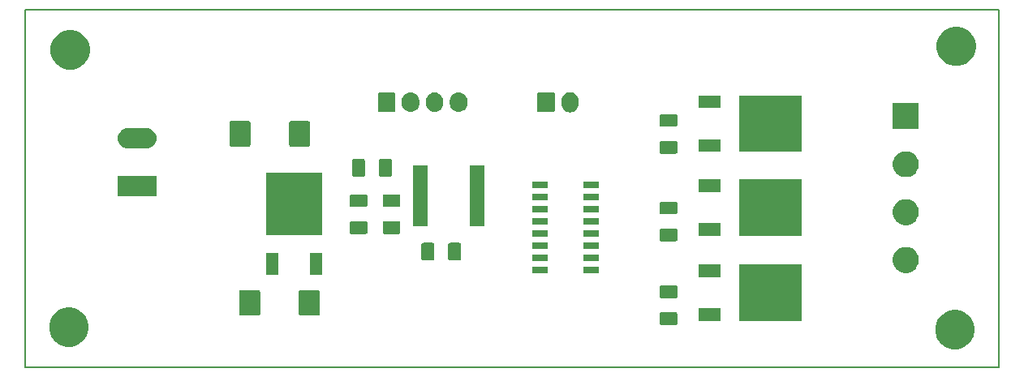
<source format=gbr>
G04 #@! TF.GenerationSoftware,KiCad,Pcbnew,(5.1.4-0)*
G04 #@! TF.CreationDate,2020-01-15T23:19:41+03:00*
G04 #@! TF.ProjectId,stl,73746c2e-6b69-4636-9164-5f7063625858,rev?*
G04 #@! TF.SameCoordinates,Original*
G04 #@! TF.FileFunction,Soldermask,Top*
G04 #@! TF.FilePolarity,Negative*
%FSLAX46Y46*%
G04 Gerber Fmt 4.6, Leading zero omitted, Abs format (unit mm)*
G04 Created by KiCad (PCBNEW (5.1.4-0)) date 2020-01-15 23:19:41*
%MOMM*%
%LPD*%
G04 APERTURE LIST*
%ADD10C,0.150000*%
%ADD11C,0.100000*%
G04 APERTURE END LIST*
D10*
X275590000Y-50927000D02*
X173990000Y-50927000D01*
X173990000Y-13589000D02*
X173990000Y-50927000D01*
X275590000Y-13589000D02*
X173990000Y-13589000D01*
X275590000Y-13589000D02*
X275590000Y-50927000D01*
D11*
G36*
X271616254Y-45017818D02*
G01*
X271918190Y-45142884D01*
X271989513Y-45172427D01*
X272310841Y-45387132D01*
X272325436Y-45396884D01*
X272611116Y-45682564D01*
X272835574Y-46018489D01*
X272990182Y-46391746D01*
X273069000Y-46787993D01*
X273069000Y-47192007D01*
X272990182Y-47588254D01*
X272940784Y-47707511D01*
X272835573Y-47961513D01*
X272611116Y-48297436D01*
X272325436Y-48583116D01*
X271989513Y-48807573D01*
X271989512Y-48807574D01*
X271989511Y-48807574D01*
X271616254Y-48962182D01*
X271220007Y-49041000D01*
X270815993Y-49041000D01*
X270419746Y-48962182D01*
X270046489Y-48807574D01*
X270046488Y-48807574D01*
X270046487Y-48807573D01*
X269710564Y-48583116D01*
X269424884Y-48297436D01*
X269200427Y-47961513D01*
X269095216Y-47707511D01*
X269045818Y-47588254D01*
X268967000Y-47192007D01*
X268967000Y-46787993D01*
X269045818Y-46391746D01*
X269200426Y-46018489D01*
X269424884Y-45682564D01*
X269710564Y-45396884D01*
X269725159Y-45387132D01*
X270046487Y-45172427D01*
X270117810Y-45142884D01*
X270419746Y-45017818D01*
X270815993Y-44939000D01*
X271220007Y-44939000D01*
X271616254Y-45017818D01*
X271616254Y-45017818D01*
G37*
G36*
X179160254Y-44763818D02*
G01*
X179533511Y-44918426D01*
X179533513Y-44918427D01*
X179869436Y-45142884D01*
X180155116Y-45428564D01*
X180324834Y-45682564D01*
X180379574Y-45764489D01*
X180534182Y-46137746D01*
X180613000Y-46533993D01*
X180613000Y-46938007D01*
X180534182Y-47334254D01*
X180428972Y-47588254D01*
X180379573Y-47707513D01*
X180155116Y-48043436D01*
X179869436Y-48329116D01*
X179533513Y-48553573D01*
X179533512Y-48553574D01*
X179533511Y-48553574D01*
X179160254Y-48708182D01*
X178764007Y-48787000D01*
X178359993Y-48787000D01*
X177963746Y-48708182D01*
X177590489Y-48553574D01*
X177590488Y-48553574D01*
X177590487Y-48553573D01*
X177254564Y-48329116D01*
X176968884Y-48043436D01*
X176744427Y-47707513D01*
X176695028Y-47588254D01*
X176589818Y-47334254D01*
X176511000Y-46938007D01*
X176511000Y-46533993D01*
X176589818Y-46137746D01*
X176744426Y-45764489D01*
X176799167Y-45682564D01*
X176968884Y-45428564D01*
X177254564Y-45142884D01*
X177590487Y-44918427D01*
X177590489Y-44918426D01*
X177963746Y-44763818D01*
X178359993Y-44685000D01*
X178764007Y-44685000D01*
X179160254Y-44763818D01*
X179160254Y-44763818D01*
G37*
G36*
X241890804Y-45178347D02*
G01*
X241927344Y-45189432D01*
X241961021Y-45207433D01*
X241990541Y-45231659D01*
X242014767Y-45261179D01*
X242032768Y-45294856D01*
X242043853Y-45331396D01*
X242048200Y-45375538D01*
X242048200Y-46324462D01*
X242043853Y-46368604D01*
X242032768Y-46405144D01*
X242014767Y-46438821D01*
X241990541Y-46468341D01*
X241961021Y-46492567D01*
X241927344Y-46510568D01*
X241890804Y-46521653D01*
X241846662Y-46526000D01*
X240397738Y-46526000D01*
X240353596Y-46521653D01*
X240317056Y-46510568D01*
X240283379Y-46492567D01*
X240253859Y-46468341D01*
X240229633Y-46438821D01*
X240211632Y-46405144D01*
X240200547Y-46368604D01*
X240196200Y-46324462D01*
X240196200Y-45375538D01*
X240200547Y-45331396D01*
X240211632Y-45294856D01*
X240229633Y-45261179D01*
X240253859Y-45231659D01*
X240283379Y-45207433D01*
X240317056Y-45189432D01*
X240353596Y-45178347D01*
X240397738Y-45174000D01*
X241846662Y-45174000D01*
X241890804Y-45178347D01*
X241890804Y-45178347D01*
G37*
G36*
X254982200Y-46080200D02*
G01*
X248480200Y-46080200D01*
X248480200Y-40178200D01*
X254982200Y-40178200D01*
X254982200Y-46080200D01*
X254982200Y-46080200D01*
G37*
G36*
X246582200Y-46060200D02*
G01*
X244280200Y-46060200D01*
X244280200Y-44758200D01*
X246582200Y-44758200D01*
X246582200Y-46060200D01*
X246582200Y-46060200D01*
G37*
G36*
X204599132Y-42873810D02*
G01*
X204630423Y-42883302D01*
X204659263Y-42898717D01*
X204684539Y-42919461D01*
X204705283Y-42944737D01*
X204720698Y-42973577D01*
X204730190Y-43004868D01*
X204734000Y-43043551D01*
X204734000Y-45348449D01*
X204730190Y-45387132D01*
X204720698Y-45418423D01*
X204705283Y-45447263D01*
X204684539Y-45472539D01*
X204659263Y-45493283D01*
X204630423Y-45508698D01*
X204599132Y-45518190D01*
X204560449Y-45522000D01*
X202730551Y-45522000D01*
X202691868Y-45518190D01*
X202660577Y-45508698D01*
X202631737Y-45493283D01*
X202606461Y-45472539D01*
X202585717Y-45447263D01*
X202570302Y-45418423D01*
X202560810Y-45387132D01*
X202557000Y-45348449D01*
X202557000Y-43043551D01*
X202560810Y-43004868D01*
X202570302Y-42973577D01*
X202585717Y-42944737D01*
X202606461Y-42919461D01*
X202631737Y-42898717D01*
X202660577Y-42883302D01*
X202691868Y-42873810D01*
X202730551Y-42870000D01*
X204560449Y-42870000D01*
X204599132Y-42873810D01*
X204599132Y-42873810D01*
G37*
G36*
X198374132Y-42873810D02*
G01*
X198405423Y-42883302D01*
X198434263Y-42898717D01*
X198459539Y-42919461D01*
X198480283Y-42944737D01*
X198495698Y-42973577D01*
X198505190Y-43004868D01*
X198509000Y-43043551D01*
X198509000Y-45348449D01*
X198505190Y-45387132D01*
X198495698Y-45418423D01*
X198480283Y-45447263D01*
X198459539Y-45472539D01*
X198434263Y-45493283D01*
X198405423Y-45508698D01*
X198374132Y-45518190D01*
X198335449Y-45522000D01*
X196505551Y-45522000D01*
X196466868Y-45518190D01*
X196435577Y-45508698D01*
X196406737Y-45493283D01*
X196381461Y-45472539D01*
X196360717Y-45447263D01*
X196345302Y-45418423D01*
X196335810Y-45387132D01*
X196332000Y-45348449D01*
X196332000Y-43043551D01*
X196335810Y-43004868D01*
X196345302Y-42973577D01*
X196360717Y-42944737D01*
X196381461Y-42919461D01*
X196406737Y-42898717D01*
X196435577Y-42883302D01*
X196466868Y-42873810D01*
X196505551Y-42870000D01*
X198335449Y-42870000D01*
X198374132Y-42873810D01*
X198374132Y-42873810D01*
G37*
G36*
X241890804Y-42378347D02*
G01*
X241927344Y-42389432D01*
X241961021Y-42407433D01*
X241990541Y-42431659D01*
X242014767Y-42461179D01*
X242032768Y-42494856D01*
X242043853Y-42531396D01*
X242048200Y-42575538D01*
X242048200Y-43524462D01*
X242043853Y-43568604D01*
X242032768Y-43605144D01*
X242014767Y-43638821D01*
X241990541Y-43668341D01*
X241961021Y-43692567D01*
X241927344Y-43710568D01*
X241890804Y-43721653D01*
X241846662Y-43726000D01*
X240397738Y-43726000D01*
X240353596Y-43721653D01*
X240317056Y-43710568D01*
X240283379Y-43692567D01*
X240253859Y-43668341D01*
X240229633Y-43638821D01*
X240211632Y-43605144D01*
X240200547Y-43568604D01*
X240196200Y-43524462D01*
X240196200Y-42575538D01*
X240200547Y-42531396D01*
X240211632Y-42494856D01*
X240229633Y-42461179D01*
X240253859Y-42431659D01*
X240283379Y-42407433D01*
X240317056Y-42389432D01*
X240353596Y-42378347D01*
X240397738Y-42374000D01*
X241846662Y-42374000D01*
X241890804Y-42378347D01*
X241890804Y-42378347D01*
G37*
G36*
X246582200Y-41500200D02*
G01*
X244280200Y-41500200D01*
X244280200Y-40198200D01*
X246582200Y-40198200D01*
X246582200Y-41500200D01*
X246582200Y-41500200D01*
G37*
G36*
X204988000Y-41292000D02*
G01*
X203686000Y-41292000D01*
X203686000Y-38990000D01*
X204988000Y-38990000D01*
X204988000Y-41292000D01*
X204988000Y-41292000D01*
G37*
G36*
X200428000Y-41292000D02*
G01*
X199126000Y-41292000D01*
X199126000Y-38990000D01*
X200428000Y-38990000D01*
X200428000Y-41292000D01*
X200428000Y-41292000D01*
G37*
G36*
X233879000Y-41092600D02*
G01*
X232277000Y-41092600D01*
X232277000Y-40390600D01*
X233879000Y-40390600D01*
X233879000Y-41092600D01*
X233879000Y-41092600D01*
G37*
G36*
X228479000Y-41092600D02*
G01*
X226877000Y-41092600D01*
X226877000Y-40390600D01*
X228479000Y-40390600D01*
X228479000Y-41092600D01*
X228479000Y-41092600D01*
G37*
G36*
X266281272Y-38415118D02*
G01*
X266527139Y-38516959D01*
X266748412Y-38664810D01*
X266936590Y-38852988D01*
X267084441Y-39074261D01*
X267186282Y-39320128D01*
X267238200Y-39581138D01*
X267238200Y-39847262D01*
X267186282Y-40108272D01*
X267084441Y-40354139D01*
X266936590Y-40575412D01*
X266748412Y-40763590D01*
X266527139Y-40911441D01*
X266527138Y-40911442D01*
X266527137Y-40911442D01*
X266281272Y-41013282D01*
X266020263Y-41065200D01*
X265754137Y-41065200D01*
X265493128Y-41013282D01*
X265247263Y-40911442D01*
X265247262Y-40911442D01*
X265247261Y-40911441D01*
X265025988Y-40763590D01*
X264837810Y-40575412D01*
X264689959Y-40354139D01*
X264588118Y-40108272D01*
X264536200Y-39847262D01*
X264536200Y-39581138D01*
X264588118Y-39320128D01*
X264689959Y-39074261D01*
X264837810Y-38852988D01*
X265025988Y-38664810D01*
X265247261Y-38516959D01*
X265493128Y-38415118D01*
X265754137Y-38363200D01*
X266020263Y-38363200D01*
X266281272Y-38415118D01*
X266281272Y-38415118D01*
G37*
G36*
X233879000Y-39822600D02*
G01*
X232277000Y-39822600D01*
X232277000Y-39120600D01*
X233879000Y-39120600D01*
X233879000Y-39822600D01*
X233879000Y-39822600D01*
G37*
G36*
X228479000Y-39822600D02*
G01*
X226877000Y-39822600D01*
X226877000Y-39120600D01*
X228479000Y-39120600D01*
X228479000Y-39822600D01*
X228479000Y-39822600D01*
G37*
G36*
X216528604Y-37928347D02*
G01*
X216565144Y-37939432D01*
X216598821Y-37957433D01*
X216628341Y-37981659D01*
X216652567Y-38011179D01*
X216670568Y-38044856D01*
X216681653Y-38081396D01*
X216686000Y-38125538D01*
X216686000Y-39574462D01*
X216681653Y-39618604D01*
X216670568Y-39655144D01*
X216652567Y-39688821D01*
X216628341Y-39718341D01*
X216598821Y-39742567D01*
X216565144Y-39760568D01*
X216528604Y-39771653D01*
X216484462Y-39776000D01*
X215535538Y-39776000D01*
X215491396Y-39771653D01*
X215454856Y-39760568D01*
X215421179Y-39742567D01*
X215391659Y-39718341D01*
X215367433Y-39688821D01*
X215349432Y-39655144D01*
X215338347Y-39618604D01*
X215334000Y-39574462D01*
X215334000Y-38125538D01*
X215338347Y-38081396D01*
X215349432Y-38044856D01*
X215367433Y-38011179D01*
X215391659Y-37981659D01*
X215421179Y-37957433D01*
X215454856Y-37939432D01*
X215491396Y-37928347D01*
X215535538Y-37924000D01*
X216484462Y-37924000D01*
X216528604Y-37928347D01*
X216528604Y-37928347D01*
G37*
G36*
X219328604Y-37928347D02*
G01*
X219365144Y-37939432D01*
X219398821Y-37957433D01*
X219428341Y-37981659D01*
X219452567Y-38011179D01*
X219470568Y-38044856D01*
X219481653Y-38081396D01*
X219486000Y-38125538D01*
X219486000Y-39574462D01*
X219481653Y-39618604D01*
X219470568Y-39655144D01*
X219452567Y-39688821D01*
X219428341Y-39718341D01*
X219398821Y-39742567D01*
X219365144Y-39760568D01*
X219328604Y-39771653D01*
X219284462Y-39776000D01*
X218335538Y-39776000D01*
X218291396Y-39771653D01*
X218254856Y-39760568D01*
X218221179Y-39742567D01*
X218191659Y-39718341D01*
X218167433Y-39688821D01*
X218149432Y-39655144D01*
X218138347Y-39618604D01*
X218134000Y-39574462D01*
X218134000Y-38125538D01*
X218138347Y-38081396D01*
X218149432Y-38044856D01*
X218167433Y-38011179D01*
X218191659Y-37981659D01*
X218221179Y-37957433D01*
X218254856Y-37939432D01*
X218291396Y-37928347D01*
X218335538Y-37924000D01*
X219284462Y-37924000D01*
X219328604Y-37928347D01*
X219328604Y-37928347D01*
G37*
G36*
X228479000Y-38552600D02*
G01*
X226877000Y-38552600D01*
X226877000Y-37850600D01*
X228479000Y-37850600D01*
X228479000Y-38552600D01*
X228479000Y-38552600D01*
G37*
G36*
X233879000Y-38552600D02*
G01*
X232277000Y-38552600D01*
X232277000Y-37850600D01*
X233879000Y-37850600D01*
X233879000Y-38552600D01*
X233879000Y-38552600D01*
G37*
G36*
X241890804Y-36415347D02*
G01*
X241927344Y-36426432D01*
X241961021Y-36444433D01*
X241990541Y-36468659D01*
X242014767Y-36498179D01*
X242032768Y-36531856D01*
X242043853Y-36568396D01*
X242048200Y-36612538D01*
X242048200Y-37561462D01*
X242043853Y-37605604D01*
X242032768Y-37642144D01*
X242014767Y-37675821D01*
X241990541Y-37705341D01*
X241961021Y-37729567D01*
X241927344Y-37747568D01*
X241890804Y-37758653D01*
X241846662Y-37763000D01*
X240397738Y-37763000D01*
X240353596Y-37758653D01*
X240317056Y-37747568D01*
X240283379Y-37729567D01*
X240253859Y-37705341D01*
X240229633Y-37675821D01*
X240211632Y-37642144D01*
X240200547Y-37605604D01*
X240196200Y-37561462D01*
X240196200Y-36612538D01*
X240200547Y-36568396D01*
X240211632Y-36531856D01*
X240229633Y-36498179D01*
X240253859Y-36468659D01*
X240283379Y-36444433D01*
X240317056Y-36426432D01*
X240353596Y-36415347D01*
X240397738Y-36411000D01*
X241846662Y-36411000D01*
X241890804Y-36415347D01*
X241890804Y-36415347D01*
G37*
G36*
X228479000Y-37282600D02*
G01*
X226877000Y-37282600D01*
X226877000Y-36580600D01*
X228479000Y-36580600D01*
X228479000Y-37282600D01*
X228479000Y-37282600D01*
G37*
G36*
X233879000Y-37282600D02*
G01*
X232277000Y-37282600D01*
X232277000Y-36580600D01*
X233879000Y-36580600D01*
X233879000Y-37282600D01*
X233879000Y-37282600D01*
G37*
G36*
X254982200Y-37190200D02*
G01*
X248480200Y-37190200D01*
X248480200Y-31288200D01*
X254982200Y-31288200D01*
X254982200Y-37190200D01*
X254982200Y-37190200D01*
G37*
G36*
X246582200Y-37170200D02*
G01*
X244280200Y-37170200D01*
X244280200Y-35868200D01*
X246582200Y-35868200D01*
X246582200Y-37170200D01*
X246582200Y-37170200D01*
G37*
G36*
X205008000Y-37092000D02*
G01*
X199106000Y-37092000D01*
X199106000Y-30590000D01*
X205008000Y-30590000D01*
X205008000Y-37092000D01*
X205008000Y-37092000D01*
G37*
G36*
X209556604Y-35653347D02*
G01*
X209593144Y-35664432D01*
X209626821Y-35682433D01*
X209656341Y-35706659D01*
X209680567Y-35736179D01*
X209698568Y-35769856D01*
X209709653Y-35806396D01*
X209714000Y-35850538D01*
X209714000Y-36799462D01*
X209709653Y-36843604D01*
X209698568Y-36880144D01*
X209680567Y-36913821D01*
X209656341Y-36943341D01*
X209626821Y-36967567D01*
X209593144Y-36985568D01*
X209556604Y-36996653D01*
X209512462Y-37001000D01*
X208063538Y-37001000D01*
X208019396Y-36996653D01*
X207982856Y-36985568D01*
X207949179Y-36967567D01*
X207919659Y-36943341D01*
X207895433Y-36913821D01*
X207877432Y-36880144D01*
X207866347Y-36843604D01*
X207862000Y-36799462D01*
X207862000Y-35850538D01*
X207866347Y-35806396D01*
X207877432Y-35769856D01*
X207895433Y-35736179D01*
X207919659Y-35706659D01*
X207949179Y-35682433D01*
X207982856Y-35664432D01*
X208019396Y-35653347D01*
X208063538Y-35649000D01*
X209512462Y-35649000D01*
X209556604Y-35653347D01*
X209556604Y-35653347D01*
G37*
G36*
X212985604Y-35653347D02*
G01*
X213022144Y-35664432D01*
X213055821Y-35682433D01*
X213085341Y-35706659D01*
X213109567Y-35736179D01*
X213127568Y-35769856D01*
X213138653Y-35806396D01*
X213143000Y-35850538D01*
X213143000Y-36799462D01*
X213138653Y-36843604D01*
X213127568Y-36880144D01*
X213109567Y-36913821D01*
X213085341Y-36943341D01*
X213055821Y-36967567D01*
X213022144Y-36985568D01*
X212985604Y-36996653D01*
X212941462Y-37001000D01*
X211492538Y-37001000D01*
X211448396Y-36996653D01*
X211411856Y-36985568D01*
X211378179Y-36967567D01*
X211348659Y-36943341D01*
X211324433Y-36913821D01*
X211306432Y-36880144D01*
X211295347Y-36843604D01*
X211291000Y-36799462D01*
X211291000Y-35850538D01*
X211295347Y-35806396D01*
X211306432Y-35769856D01*
X211324433Y-35736179D01*
X211348659Y-35706659D01*
X211378179Y-35682433D01*
X211411856Y-35664432D01*
X211448396Y-35653347D01*
X211492538Y-35649000D01*
X212941462Y-35649000D01*
X212985604Y-35653347D01*
X212985604Y-35653347D01*
G37*
G36*
X221912000Y-36221000D02*
G01*
X220360000Y-36221000D01*
X220360000Y-29819000D01*
X221912000Y-29819000D01*
X221912000Y-36221000D01*
X221912000Y-36221000D01*
G37*
G36*
X216012000Y-36221000D02*
G01*
X214460000Y-36221000D01*
X214460000Y-29819000D01*
X216012000Y-29819000D01*
X216012000Y-36221000D01*
X216012000Y-36221000D01*
G37*
G36*
X266281272Y-33415118D02*
G01*
X266420047Y-33472600D01*
X266527139Y-33516959D01*
X266638528Y-33591387D01*
X266748411Y-33664809D01*
X266936591Y-33852989D01*
X266988449Y-33930600D01*
X267034462Y-33999462D01*
X267084442Y-34074263D01*
X267186282Y-34320128D01*
X267238200Y-34581137D01*
X267238200Y-34847263D01*
X267186282Y-35108272D01*
X267084442Y-35354137D01*
X266936591Y-35575411D01*
X266748411Y-35763591D01*
X266684349Y-35806396D01*
X266527139Y-35911441D01*
X266527138Y-35911442D01*
X266527137Y-35911442D01*
X266281272Y-36013282D01*
X266020263Y-36065200D01*
X265754137Y-36065200D01*
X265493128Y-36013282D01*
X265247263Y-35911442D01*
X265247262Y-35911442D01*
X265247261Y-35911441D01*
X265090051Y-35806396D01*
X265025989Y-35763591D01*
X264837809Y-35575411D01*
X264689958Y-35354137D01*
X264588118Y-35108272D01*
X264536200Y-34847263D01*
X264536200Y-34581137D01*
X264588118Y-34320128D01*
X264689958Y-34074263D01*
X264739939Y-33999462D01*
X264785951Y-33930600D01*
X264837809Y-33852989D01*
X265025989Y-33664809D01*
X265135872Y-33591387D01*
X265247261Y-33516959D01*
X265354354Y-33472600D01*
X265493128Y-33415118D01*
X265754137Y-33363200D01*
X266020263Y-33363200D01*
X266281272Y-33415118D01*
X266281272Y-33415118D01*
G37*
G36*
X233879000Y-36012600D02*
G01*
X232277000Y-36012600D01*
X232277000Y-35310600D01*
X233879000Y-35310600D01*
X233879000Y-36012600D01*
X233879000Y-36012600D01*
G37*
G36*
X228479000Y-36012600D02*
G01*
X226877000Y-36012600D01*
X226877000Y-35310600D01*
X228479000Y-35310600D01*
X228479000Y-36012600D01*
X228479000Y-36012600D01*
G37*
G36*
X241890804Y-33615347D02*
G01*
X241927344Y-33626432D01*
X241961021Y-33644433D01*
X241990541Y-33668659D01*
X242014767Y-33698179D01*
X242032768Y-33731856D01*
X242043853Y-33768396D01*
X242048200Y-33812538D01*
X242048200Y-34761462D01*
X242043853Y-34805604D01*
X242032768Y-34842144D01*
X242014767Y-34875821D01*
X241990541Y-34905341D01*
X241961021Y-34929567D01*
X241927344Y-34947568D01*
X241890804Y-34958653D01*
X241846662Y-34963000D01*
X240397738Y-34963000D01*
X240353596Y-34958653D01*
X240317056Y-34947568D01*
X240283379Y-34929567D01*
X240253859Y-34905341D01*
X240229633Y-34875821D01*
X240211632Y-34842144D01*
X240200547Y-34805604D01*
X240196200Y-34761462D01*
X240196200Y-33812538D01*
X240200547Y-33768396D01*
X240211632Y-33731856D01*
X240229633Y-33698179D01*
X240253859Y-33668659D01*
X240283379Y-33644433D01*
X240317056Y-33626432D01*
X240353596Y-33615347D01*
X240397738Y-33611000D01*
X241846662Y-33611000D01*
X241890804Y-33615347D01*
X241890804Y-33615347D01*
G37*
G36*
X233879000Y-34742600D02*
G01*
X232277000Y-34742600D01*
X232277000Y-34040600D01*
X233879000Y-34040600D01*
X233879000Y-34742600D01*
X233879000Y-34742600D01*
G37*
G36*
X228479000Y-34742600D02*
G01*
X226877000Y-34742600D01*
X226877000Y-34040600D01*
X228479000Y-34040600D01*
X228479000Y-34742600D01*
X228479000Y-34742600D01*
G37*
G36*
X209556604Y-32853347D02*
G01*
X209593144Y-32864432D01*
X209626821Y-32882433D01*
X209656341Y-32906659D01*
X209680567Y-32936179D01*
X209698568Y-32969856D01*
X209709653Y-33006396D01*
X209714000Y-33050538D01*
X209714000Y-33999462D01*
X209709653Y-34043604D01*
X209698568Y-34080144D01*
X209680567Y-34113821D01*
X209656341Y-34143341D01*
X209626821Y-34167567D01*
X209593144Y-34185568D01*
X209556604Y-34196653D01*
X209512462Y-34201000D01*
X208063538Y-34201000D01*
X208019396Y-34196653D01*
X207982856Y-34185568D01*
X207949179Y-34167567D01*
X207919659Y-34143341D01*
X207895433Y-34113821D01*
X207877432Y-34080144D01*
X207866347Y-34043604D01*
X207862000Y-33999462D01*
X207862000Y-33050538D01*
X207866347Y-33006396D01*
X207877432Y-32969856D01*
X207895433Y-32936179D01*
X207919659Y-32906659D01*
X207949179Y-32882433D01*
X207982856Y-32864432D01*
X208019396Y-32853347D01*
X208063538Y-32849000D01*
X209512462Y-32849000D01*
X209556604Y-32853347D01*
X209556604Y-32853347D01*
G37*
G36*
X212985604Y-32853347D02*
G01*
X213022144Y-32864432D01*
X213055821Y-32882433D01*
X213085341Y-32906659D01*
X213109567Y-32936179D01*
X213127568Y-32969856D01*
X213138653Y-33006396D01*
X213143000Y-33050538D01*
X213143000Y-33999462D01*
X213138653Y-34043604D01*
X213127568Y-34080144D01*
X213109567Y-34113821D01*
X213085341Y-34143341D01*
X213055821Y-34167567D01*
X213022144Y-34185568D01*
X212985604Y-34196653D01*
X212941462Y-34201000D01*
X211492538Y-34201000D01*
X211448396Y-34196653D01*
X211411856Y-34185568D01*
X211378179Y-34167567D01*
X211348659Y-34143341D01*
X211324433Y-34113821D01*
X211306432Y-34080144D01*
X211295347Y-34043604D01*
X211291000Y-33999462D01*
X211291000Y-33050538D01*
X211295347Y-33006396D01*
X211306432Y-32969856D01*
X211324433Y-32936179D01*
X211348659Y-32906659D01*
X211378179Y-32882433D01*
X211411856Y-32864432D01*
X211448396Y-32853347D01*
X211492538Y-32849000D01*
X212941462Y-32849000D01*
X212985604Y-32853347D01*
X212985604Y-32853347D01*
G37*
G36*
X228479000Y-33472600D02*
G01*
X226877000Y-33472600D01*
X226877000Y-32770600D01*
X228479000Y-32770600D01*
X228479000Y-33472600D01*
X228479000Y-33472600D01*
G37*
G36*
X233879000Y-33472600D02*
G01*
X232277000Y-33472600D01*
X232277000Y-32770600D01*
X233879000Y-32770600D01*
X233879000Y-33472600D01*
X233879000Y-33472600D01*
G37*
G36*
X187705000Y-33045000D02*
G01*
X183643000Y-33045000D01*
X183643000Y-30963000D01*
X187705000Y-30963000D01*
X187705000Y-33045000D01*
X187705000Y-33045000D01*
G37*
G36*
X246582200Y-32610200D02*
G01*
X244280200Y-32610200D01*
X244280200Y-31308200D01*
X246582200Y-31308200D01*
X246582200Y-32610200D01*
X246582200Y-32610200D01*
G37*
G36*
X228479000Y-32202600D02*
G01*
X226877000Y-32202600D01*
X226877000Y-31500600D01*
X228479000Y-31500600D01*
X228479000Y-32202600D01*
X228479000Y-32202600D01*
G37*
G36*
X233879000Y-32202600D02*
G01*
X232277000Y-32202600D01*
X232277000Y-31500600D01*
X233879000Y-31500600D01*
X233879000Y-32202600D01*
X233879000Y-32202600D01*
G37*
G36*
X266281272Y-28415118D02*
G01*
X266481716Y-28498144D01*
X266527139Y-28516959D01*
X266593561Y-28561341D01*
X266748411Y-28664809D01*
X266936591Y-28852989D01*
X267084442Y-29074263D01*
X267127492Y-29178196D01*
X267186282Y-29320128D01*
X267238200Y-29581138D01*
X267238200Y-29847262D01*
X267186282Y-30108272D01*
X267084441Y-30354139D01*
X266936590Y-30575412D01*
X266748412Y-30763590D01*
X266527139Y-30911441D01*
X266527138Y-30911442D01*
X266527137Y-30911442D01*
X266281272Y-31013282D01*
X266020263Y-31065200D01*
X265754137Y-31065200D01*
X265493128Y-31013282D01*
X265247263Y-30911442D01*
X265247262Y-30911442D01*
X265247261Y-30911441D01*
X265025988Y-30763590D01*
X264837810Y-30575412D01*
X264689959Y-30354139D01*
X264588118Y-30108272D01*
X264536200Y-29847262D01*
X264536200Y-29581138D01*
X264588118Y-29320128D01*
X264646908Y-29178196D01*
X264689958Y-29074263D01*
X264837809Y-28852989D01*
X265025989Y-28664809D01*
X265180839Y-28561341D01*
X265247261Y-28516959D01*
X265292685Y-28498144D01*
X265493128Y-28415118D01*
X265754137Y-28363200D01*
X266020263Y-28363200D01*
X266281272Y-28415118D01*
X266281272Y-28415118D01*
G37*
G36*
X212103604Y-29177347D02*
G01*
X212140144Y-29188432D01*
X212173821Y-29206433D01*
X212203341Y-29230659D01*
X212227567Y-29260179D01*
X212245568Y-29293856D01*
X212256653Y-29330396D01*
X212261000Y-29374538D01*
X212261000Y-30823462D01*
X212256653Y-30867604D01*
X212245568Y-30904144D01*
X212227567Y-30937821D01*
X212203341Y-30967341D01*
X212173821Y-30991567D01*
X212140144Y-31009568D01*
X212103604Y-31020653D01*
X212059462Y-31025000D01*
X211110538Y-31025000D01*
X211066396Y-31020653D01*
X211029856Y-31009568D01*
X210996179Y-30991567D01*
X210966659Y-30967341D01*
X210942433Y-30937821D01*
X210924432Y-30904144D01*
X210913347Y-30867604D01*
X210909000Y-30823462D01*
X210909000Y-29374538D01*
X210913347Y-29330396D01*
X210924432Y-29293856D01*
X210942433Y-29260179D01*
X210966659Y-29230659D01*
X210996179Y-29206433D01*
X211029856Y-29188432D01*
X211066396Y-29177347D01*
X211110538Y-29173000D01*
X212059462Y-29173000D01*
X212103604Y-29177347D01*
X212103604Y-29177347D01*
G37*
G36*
X209303604Y-29177347D02*
G01*
X209340144Y-29188432D01*
X209373821Y-29206433D01*
X209403341Y-29230659D01*
X209427567Y-29260179D01*
X209445568Y-29293856D01*
X209456653Y-29330396D01*
X209461000Y-29374538D01*
X209461000Y-30823462D01*
X209456653Y-30867604D01*
X209445568Y-30904144D01*
X209427567Y-30937821D01*
X209403341Y-30967341D01*
X209373821Y-30991567D01*
X209340144Y-31009568D01*
X209303604Y-31020653D01*
X209259462Y-31025000D01*
X208310538Y-31025000D01*
X208266396Y-31020653D01*
X208229856Y-31009568D01*
X208196179Y-30991567D01*
X208166659Y-30967341D01*
X208142433Y-30937821D01*
X208124432Y-30904144D01*
X208113347Y-30867604D01*
X208109000Y-30823462D01*
X208109000Y-29374538D01*
X208113347Y-29330396D01*
X208124432Y-29293856D01*
X208142433Y-29260179D01*
X208166659Y-29230659D01*
X208196179Y-29206433D01*
X208229856Y-29188432D01*
X208266396Y-29177347D01*
X208310538Y-29173000D01*
X209259462Y-29173000D01*
X209303604Y-29177347D01*
X209303604Y-29177347D01*
G37*
G36*
X241890804Y-27271347D02*
G01*
X241927344Y-27282432D01*
X241961021Y-27300433D01*
X241990541Y-27324659D01*
X242014767Y-27354179D01*
X242032768Y-27387856D01*
X242043853Y-27424396D01*
X242048200Y-27468538D01*
X242048200Y-28417462D01*
X242043853Y-28461604D01*
X242032768Y-28498144D01*
X242014767Y-28531821D01*
X241990541Y-28561341D01*
X241961021Y-28585567D01*
X241927344Y-28603568D01*
X241890804Y-28614653D01*
X241846662Y-28619000D01*
X240397738Y-28619000D01*
X240353596Y-28614653D01*
X240317056Y-28603568D01*
X240283379Y-28585567D01*
X240253859Y-28561341D01*
X240229633Y-28531821D01*
X240211632Y-28498144D01*
X240200547Y-28461604D01*
X240196200Y-28417462D01*
X240196200Y-27468538D01*
X240200547Y-27424396D01*
X240211632Y-27387856D01*
X240229633Y-27354179D01*
X240253859Y-27324659D01*
X240283379Y-27300433D01*
X240317056Y-27282432D01*
X240353596Y-27271347D01*
X240397738Y-27267000D01*
X241846662Y-27267000D01*
X241890804Y-27271347D01*
X241890804Y-27271347D01*
G37*
G36*
X254982200Y-28427200D02*
G01*
X248480200Y-28427200D01*
X248480200Y-22525200D01*
X254982200Y-22525200D01*
X254982200Y-28427200D01*
X254982200Y-28427200D01*
G37*
G36*
X246582200Y-28407200D02*
G01*
X244280200Y-28407200D01*
X244280200Y-27105200D01*
X246582200Y-27105200D01*
X246582200Y-28407200D01*
X246582200Y-28407200D01*
G37*
G36*
X186766112Y-25968021D02*
G01*
X186868072Y-25978063D01*
X187064301Y-26037589D01*
X187064303Y-26037590D01*
X187245145Y-26134252D01*
X187403660Y-26264340D01*
X187533747Y-26422854D01*
X187630411Y-26603699D01*
X187689937Y-26799928D01*
X187710036Y-27004000D01*
X187689937Y-27208072D01*
X187630411Y-27404301D01*
X187630410Y-27404303D01*
X187533748Y-27585145D01*
X187403660Y-27743660D01*
X187245145Y-27873748D01*
X187064303Y-27970410D01*
X187064301Y-27970411D01*
X186868072Y-28029937D01*
X186766112Y-28039979D01*
X186715133Y-28045000D01*
X184632867Y-28045000D01*
X184581888Y-28039979D01*
X184479928Y-28029937D01*
X184283699Y-27970411D01*
X184283697Y-27970410D01*
X184102855Y-27873748D01*
X183944340Y-27743660D01*
X183814252Y-27585145D01*
X183717590Y-27404303D01*
X183717589Y-27404301D01*
X183658063Y-27208072D01*
X183637964Y-27004000D01*
X183658063Y-26799928D01*
X183717589Y-26603699D01*
X183814253Y-26422854D01*
X183944340Y-26264340D01*
X184102855Y-26134252D01*
X184283697Y-26037590D01*
X184283699Y-26037589D01*
X184479928Y-25978063D01*
X184581888Y-25968021D01*
X184632867Y-25963000D01*
X186715133Y-25963000D01*
X186766112Y-25968021D01*
X186766112Y-25968021D01*
G37*
G36*
X203583132Y-25220810D02*
G01*
X203614423Y-25230302D01*
X203643263Y-25245717D01*
X203668539Y-25266461D01*
X203689283Y-25291737D01*
X203704698Y-25320577D01*
X203714190Y-25351868D01*
X203718000Y-25390551D01*
X203718000Y-27695449D01*
X203714190Y-27734132D01*
X203704698Y-27765423D01*
X203689283Y-27794263D01*
X203668539Y-27819539D01*
X203643263Y-27840283D01*
X203614423Y-27855698D01*
X203583132Y-27865190D01*
X203544449Y-27869000D01*
X201714551Y-27869000D01*
X201675868Y-27865190D01*
X201644577Y-27855698D01*
X201615737Y-27840283D01*
X201590461Y-27819539D01*
X201569717Y-27794263D01*
X201554302Y-27765423D01*
X201544810Y-27734132D01*
X201541000Y-27695449D01*
X201541000Y-25390551D01*
X201544810Y-25351868D01*
X201554302Y-25320577D01*
X201569717Y-25291737D01*
X201590461Y-25266461D01*
X201615737Y-25245717D01*
X201644577Y-25230302D01*
X201675868Y-25220810D01*
X201714551Y-25217000D01*
X203544449Y-25217000D01*
X203583132Y-25220810D01*
X203583132Y-25220810D01*
G37*
G36*
X197358132Y-25220810D02*
G01*
X197389423Y-25230302D01*
X197418263Y-25245717D01*
X197443539Y-25266461D01*
X197464283Y-25291737D01*
X197479698Y-25320577D01*
X197489190Y-25351868D01*
X197493000Y-25390551D01*
X197493000Y-27695449D01*
X197489190Y-27734132D01*
X197479698Y-27765423D01*
X197464283Y-27794263D01*
X197443539Y-27819539D01*
X197418263Y-27840283D01*
X197389423Y-27855698D01*
X197358132Y-27865190D01*
X197319449Y-27869000D01*
X195489551Y-27869000D01*
X195450868Y-27865190D01*
X195419577Y-27855698D01*
X195390737Y-27840283D01*
X195365461Y-27819539D01*
X195344717Y-27794263D01*
X195329302Y-27765423D01*
X195319810Y-27734132D01*
X195316000Y-27695449D01*
X195316000Y-25390551D01*
X195319810Y-25351868D01*
X195329302Y-25320577D01*
X195344717Y-25291737D01*
X195365461Y-25266461D01*
X195390737Y-25245717D01*
X195419577Y-25230302D01*
X195450868Y-25220810D01*
X195489551Y-25217000D01*
X197319449Y-25217000D01*
X197358132Y-25220810D01*
X197358132Y-25220810D01*
G37*
G36*
X267238200Y-26065200D02*
G01*
X264536200Y-26065200D01*
X264536200Y-23363200D01*
X267238200Y-23363200D01*
X267238200Y-26065200D01*
X267238200Y-26065200D01*
G37*
G36*
X241890804Y-24471347D02*
G01*
X241927344Y-24482432D01*
X241961021Y-24500433D01*
X241990541Y-24524659D01*
X242014767Y-24554179D01*
X242032768Y-24587856D01*
X242043853Y-24624396D01*
X242048200Y-24668538D01*
X242048200Y-25617462D01*
X242043853Y-25661604D01*
X242032768Y-25698144D01*
X242014767Y-25731821D01*
X241990541Y-25761341D01*
X241961021Y-25785567D01*
X241927344Y-25803568D01*
X241890804Y-25814653D01*
X241846662Y-25819000D01*
X240397738Y-25819000D01*
X240353596Y-25814653D01*
X240317056Y-25803568D01*
X240283379Y-25785567D01*
X240253859Y-25761341D01*
X240229633Y-25731821D01*
X240211632Y-25698144D01*
X240200547Y-25661604D01*
X240196200Y-25617462D01*
X240196200Y-24668538D01*
X240200547Y-24624396D01*
X240211632Y-24587856D01*
X240229633Y-24554179D01*
X240253859Y-24524659D01*
X240283379Y-24500433D01*
X240317056Y-24482432D01*
X240353596Y-24471347D01*
X240397738Y-24467000D01*
X241846662Y-24467000D01*
X241890804Y-24471347D01*
X241890804Y-24471347D01*
G37*
G36*
X231022626Y-22203037D02*
G01*
X231192465Y-22254557D01*
X231192467Y-22254558D01*
X231348989Y-22338221D01*
X231486186Y-22450814D01*
X231547232Y-22525200D01*
X231598778Y-22588009D01*
X231682443Y-22744534D01*
X231733963Y-22914373D01*
X231747000Y-23046742D01*
X231747000Y-23435257D01*
X231733963Y-23567626D01*
X231682443Y-23737466D01*
X231598778Y-23893991D01*
X231569448Y-23929729D01*
X231486186Y-24031186D01*
X231398178Y-24103411D01*
X231348991Y-24143778D01*
X231192466Y-24227443D01*
X231022627Y-24278963D01*
X230846000Y-24296359D01*
X230669374Y-24278963D01*
X230499535Y-24227443D01*
X230343010Y-24143778D01*
X230205815Y-24031185D01*
X230093222Y-23893991D01*
X230009557Y-23737466D01*
X229958037Y-23567627D01*
X229945000Y-23435258D01*
X229945000Y-23046743D01*
X229958037Y-22914374D01*
X230009557Y-22744535D01*
X230009559Y-22744532D01*
X230093221Y-22588011D01*
X230205814Y-22450814D01*
X230319641Y-22357400D01*
X230343009Y-22338222D01*
X230499534Y-22254557D01*
X230669373Y-22203037D01*
X230846000Y-22185641D01*
X231022626Y-22203037D01*
X231022626Y-22203037D01*
G37*
G36*
X229104600Y-22193989D02*
G01*
X229137652Y-22204015D01*
X229168103Y-22220292D01*
X229194799Y-22242201D01*
X229216708Y-22268897D01*
X229232985Y-22299348D01*
X229243011Y-22332400D01*
X229247000Y-22372903D01*
X229247000Y-24109097D01*
X229243011Y-24149600D01*
X229232985Y-24182652D01*
X229216708Y-24213103D01*
X229194799Y-24239799D01*
X229168103Y-24261708D01*
X229137652Y-24277985D01*
X229104600Y-24288011D01*
X229064097Y-24292000D01*
X227627903Y-24292000D01*
X227587400Y-24288011D01*
X227554348Y-24277985D01*
X227523897Y-24261708D01*
X227497201Y-24239799D01*
X227475292Y-24213103D01*
X227459015Y-24182652D01*
X227448989Y-24149600D01*
X227445000Y-24109097D01*
X227445000Y-22372903D01*
X227448989Y-22332400D01*
X227459015Y-22299348D01*
X227475292Y-22268897D01*
X227497201Y-22242201D01*
X227523897Y-22220292D01*
X227554348Y-22204015D01*
X227587400Y-22193989D01*
X227627903Y-22190000D01*
X229064097Y-22190000D01*
X229104600Y-22193989D01*
X229104600Y-22193989D01*
G37*
G36*
X216885626Y-22228037D02*
G01*
X217055465Y-22279557D01*
X217055467Y-22279558D01*
X217211989Y-22363221D01*
X217349186Y-22475814D01*
X217432448Y-22577271D01*
X217461778Y-22613009D01*
X217545443Y-22769534D01*
X217596963Y-22939373D01*
X217596963Y-22939375D01*
X217610000Y-23071740D01*
X217610000Y-23410259D01*
X217603481Y-23476442D01*
X217596963Y-23542626D01*
X217545443Y-23712466D01*
X217461778Y-23868991D01*
X217441261Y-23893991D01*
X217349186Y-24006186D01*
X217260827Y-24078699D01*
X217211991Y-24118778D01*
X217055466Y-24202443D01*
X216885627Y-24253963D01*
X216709000Y-24271359D01*
X216532374Y-24253963D01*
X216362535Y-24202443D01*
X216206010Y-24118778D01*
X216068815Y-24006185D01*
X215956222Y-23868991D01*
X215872557Y-23712466D01*
X215821037Y-23542627D01*
X215808000Y-23410258D01*
X215808000Y-23071743D01*
X215810463Y-23046740D01*
X215821037Y-22939376D01*
X215821037Y-22939374D01*
X215872557Y-22769535D01*
X215956222Y-22613010D01*
X215976738Y-22588011D01*
X216068814Y-22475814D01*
X216170271Y-22392552D01*
X216206009Y-22363222D01*
X216362534Y-22279557D01*
X216532373Y-22228037D01*
X216709000Y-22210641D01*
X216885626Y-22228037D01*
X216885626Y-22228037D01*
G37*
G36*
X214385626Y-22228037D02*
G01*
X214555465Y-22279557D01*
X214555467Y-22279558D01*
X214711989Y-22363221D01*
X214849186Y-22475814D01*
X214932448Y-22577271D01*
X214961778Y-22613009D01*
X215045443Y-22769534D01*
X215096963Y-22939373D01*
X215096963Y-22939375D01*
X215110000Y-23071740D01*
X215110000Y-23410259D01*
X215103481Y-23476442D01*
X215096963Y-23542626D01*
X215045443Y-23712466D01*
X214961778Y-23868991D01*
X214941261Y-23893991D01*
X214849186Y-24006186D01*
X214760827Y-24078699D01*
X214711991Y-24118778D01*
X214555466Y-24202443D01*
X214385627Y-24253963D01*
X214209000Y-24271359D01*
X214032374Y-24253963D01*
X213862535Y-24202443D01*
X213706010Y-24118778D01*
X213568815Y-24006185D01*
X213456222Y-23868991D01*
X213372557Y-23712466D01*
X213321037Y-23542627D01*
X213308000Y-23410258D01*
X213308000Y-23071743D01*
X213310463Y-23046740D01*
X213321037Y-22939376D01*
X213321037Y-22939374D01*
X213372557Y-22769535D01*
X213456222Y-22613010D01*
X213476738Y-22588011D01*
X213568814Y-22475814D01*
X213670271Y-22392552D01*
X213706009Y-22363222D01*
X213862534Y-22279557D01*
X214032373Y-22228037D01*
X214209000Y-22210641D01*
X214385626Y-22228037D01*
X214385626Y-22228037D01*
G37*
G36*
X219385626Y-22228037D02*
G01*
X219555465Y-22279557D01*
X219555467Y-22279558D01*
X219711989Y-22363221D01*
X219849186Y-22475814D01*
X219932448Y-22577271D01*
X219961778Y-22613009D01*
X220045443Y-22769534D01*
X220096963Y-22939373D01*
X220096963Y-22939375D01*
X220110000Y-23071740D01*
X220110000Y-23410259D01*
X220103481Y-23476442D01*
X220096963Y-23542626D01*
X220045443Y-23712466D01*
X219961778Y-23868991D01*
X219941261Y-23893991D01*
X219849186Y-24006186D01*
X219760827Y-24078699D01*
X219711991Y-24118778D01*
X219555466Y-24202443D01*
X219385627Y-24253963D01*
X219209000Y-24271359D01*
X219032374Y-24253963D01*
X218862535Y-24202443D01*
X218706010Y-24118778D01*
X218568815Y-24006185D01*
X218456222Y-23868991D01*
X218372557Y-23712466D01*
X218321037Y-23542627D01*
X218308000Y-23410258D01*
X218308000Y-23071743D01*
X218310463Y-23046740D01*
X218321037Y-22939376D01*
X218321037Y-22939374D01*
X218372557Y-22769535D01*
X218456222Y-22613010D01*
X218476738Y-22588011D01*
X218568814Y-22475814D01*
X218670271Y-22392552D01*
X218706009Y-22363222D01*
X218862534Y-22279557D01*
X219032373Y-22228037D01*
X219209000Y-22210641D01*
X219385626Y-22228037D01*
X219385626Y-22228037D01*
G37*
G36*
X212467600Y-22218989D02*
G01*
X212500652Y-22229015D01*
X212531103Y-22245292D01*
X212557799Y-22267201D01*
X212579708Y-22293897D01*
X212595985Y-22324348D01*
X212606011Y-22357400D01*
X212610000Y-22397903D01*
X212610000Y-24084097D01*
X212606011Y-24124600D01*
X212595985Y-24157652D01*
X212579708Y-24188103D01*
X212557799Y-24214799D01*
X212531103Y-24236708D01*
X212500652Y-24252985D01*
X212467600Y-24263011D01*
X212427097Y-24267000D01*
X210990903Y-24267000D01*
X210950400Y-24263011D01*
X210917348Y-24252985D01*
X210886897Y-24236708D01*
X210860201Y-24214799D01*
X210838292Y-24188103D01*
X210822015Y-24157652D01*
X210811989Y-24124600D01*
X210808000Y-24084097D01*
X210808000Y-22397903D01*
X210811989Y-22357400D01*
X210822015Y-22324348D01*
X210838292Y-22293897D01*
X210860201Y-22267201D01*
X210886897Y-22245292D01*
X210917348Y-22229015D01*
X210950400Y-22218989D01*
X210990903Y-22215000D01*
X212427097Y-22215000D01*
X212467600Y-22218989D01*
X212467600Y-22218989D01*
G37*
G36*
X246582200Y-23847200D02*
G01*
X244280200Y-23847200D01*
X244280200Y-22545200D01*
X246582200Y-22545200D01*
X246582200Y-23847200D01*
X246582200Y-23847200D01*
G37*
G36*
X179287254Y-15807818D02*
G01*
X179660511Y-15962426D01*
X179660513Y-15962427D01*
X179996436Y-16186884D01*
X180282116Y-16472564D01*
X180501401Y-16800746D01*
X180506574Y-16808489D01*
X180661182Y-17181746D01*
X180740000Y-17577993D01*
X180740000Y-17982007D01*
X180661182Y-18378254D01*
X180506574Y-18751511D01*
X180506573Y-18751513D01*
X180282116Y-19087436D01*
X179996436Y-19373116D01*
X179660513Y-19597573D01*
X179660512Y-19597574D01*
X179660511Y-19597574D01*
X179287254Y-19752182D01*
X178891007Y-19831000D01*
X178486993Y-19831000D01*
X178090746Y-19752182D01*
X177717489Y-19597574D01*
X177717488Y-19597574D01*
X177717487Y-19597573D01*
X177381564Y-19373116D01*
X177095884Y-19087436D01*
X176871427Y-18751513D01*
X176871426Y-18751511D01*
X176716818Y-18378254D01*
X176638000Y-17982007D01*
X176638000Y-17577993D01*
X176716818Y-17181746D01*
X176871426Y-16808489D01*
X176876600Y-16800746D01*
X177095884Y-16472564D01*
X177381564Y-16186884D01*
X177717487Y-15962427D01*
X177717489Y-15962426D01*
X178090746Y-15807818D01*
X178486993Y-15729000D01*
X178891007Y-15729000D01*
X179287254Y-15807818D01*
X179287254Y-15807818D01*
G37*
G36*
X271743254Y-15426818D02*
G01*
X272116511Y-15581426D01*
X272116513Y-15581427D01*
X272337371Y-15729000D01*
X272452436Y-15805884D01*
X272738116Y-16091564D01*
X272962574Y-16427489D01*
X273117182Y-16800746D01*
X273196000Y-17196993D01*
X273196000Y-17601007D01*
X273117182Y-17997254D01*
X272962574Y-18370511D01*
X272962573Y-18370513D01*
X272738116Y-18706436D01*
X272452436Y-18992116D01*
X272116513Y-19216573D01*
X272116512Y-19216574D01*
X272116511Y-19216574D01*
X271743254Y-19371182D01*
X271347007Y-19450000D01*
X270942993Y-19450000D01*
X270546746Y-19371182D01*
X270173489Y-19216574D01*
X270173488Y-19216574D01*
X270173487Y-19216573D01*
X269837564Y-18992116D01*
X269551884Y-18706436D01*
X269327427Y-18370513D01*
X269327426Y-18370511D01*
X269172818Y-17997254D01*
X269094000Y-17601007D01*
X269094000Y-17196993D01*
X269172818Y-16800746D01*
X269327426Y-16427489D01*
X269551884Y-16091564D01*
X269837564Y-15805884D01*
X269952629Y-15729000D01*
X270173487Y-15581427D01*
X270173489Y-15581426D01*
X270546746Y-15426818D01*
X270942993Y-15348000D01*
X271347007Y-15348000D01*
X271743254Y-15426818D01*
X271743254Y-15426818D01*
G37*
M02*

</source>
